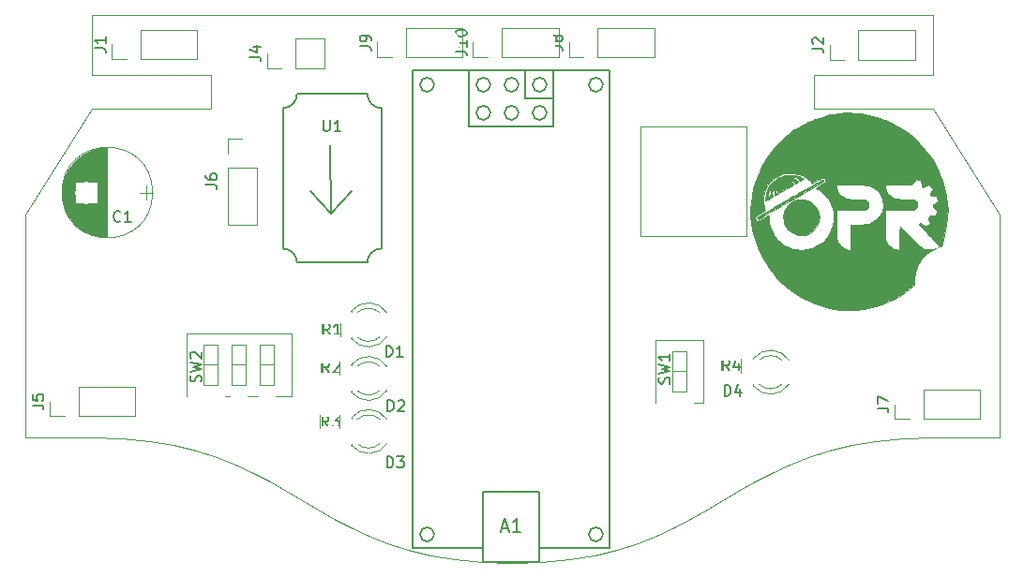
<source format=gto>
G04 #@! TF.FileFunction,Legend,Top*
%FSLAX46Y46*%
G04 Gerber Fmt 4.6, Leading zero omitted, Abs format (unit mm)*
G04 Created by KiCad (PCBNEW 4.0.7) date 11/19/18 15:24:20*
%MOMM*%
%LPD*%
G01*
G04 APERTURE LIST*
%ADD10C,0.100000*%
%ADD11C,0.200000*%
%ADD12C,0.120000*%
%ADD13C,0.150000*%
%ADD14C,0.010000*%
%ADD15R,1.520000X2.840000*%
%ADD16C,6.800000*%
%ADD17C,1.000000*%
%ADD18C,1.974800*%
%ADD19R,2.100000X2.100000*%
%ADD20O,2.100000X2.100000*%
%ADD21R,2.000000X2.000000*%
%ADD22C,2.000000*%
%ADD23R,2.200000X2.200000*%
%ADD24C,2.200000*%
%ADD25R,1.700000X1.100000*%
%ADD26C,1.924000*%
G04 APERTURE END LIST*
D10*
D11*
X25882600Y33715960D02*
X27711400Y31663640D01*
X27746960Y31663640D02*
X29611320Y33715960D01*
X27670760Y37861240D02*
X27746960Y31663640D01*
D10*
X61637263Y4929373D02*
X64496763Y6624314D01*
X82082253Y11450622D02*
X79370003Y11368426D01*
X76914253Y11133175D02*
X74686503Y10761875D01*
X65223532Y29662033D02*
X65223532Y39562033D01*
X55623532Y29662033D02*
X65223532Y29662033D01*
X72658253Y10271533D02*
X70801003Y9679154D01*
X69086253Y9001744D02*
X67485503Y8256310D01*
X23652503Y6629394D02*
X26512003Y4934453D01*
X82042586Y41161710D02*
X88082253Y31572482D01*
X79370003Y11368426D02*
X76914253Y11133175D01*
X88082253Y31572482D02*
X88082253Y11450622D01*
X74686503Y10761875D02*
X72658253Y10271533D01*
X70801003Y9679154D02*
X69086253Y9001744D01*
X65223532Y39562033D02*
X55623532Y39562033D01*
X82082253Y11450622D02*
X88082253Y11450622D01*
X55623532Y39562033D02*
X55623532Y29662033D01*
X8794503Y11368426D02*
X11250253Y11133175D01*
X38914253Y430671D02*
X41370003Y195420D01*
X32801003Y1884692D02*
X34658253Y1292313D01*
X19078253Y9001744D02*
X20679003Y8256310D01*
X17363503Y9679154D02*
X19078253Y9001744D01*
X82253Y11450622D02*
X6082253Y11450622D01*
X31086253Y2562102D02*
X32801003Y1884692D01*
X27970253Y4103988D02*
X29485503Y3307536D01*
X11250253Y11133175D02*
X13478003Y10761875D01*
X20679003Y8256310D02*
X22194253Y7459858D01*
X13478003Y10761875D02*
X15506253Y10271533D01*
X6082253Y11450622D02*
X8794503Y11368426D01*
X16882237Y41161710D02*
X6121394Y41161710D01*
X16882284Y44161773D02*
X16882237Y41161710D01*
X6121374Y49661668D02*
X6121420Y44161731D01*
X6121374Y49661668D02*
X82042581Y49661664D01*
X82042581Y49661664D02*
X82042592Y44161785D01*
X71282237Y41161710D02*
X82042586Y41161710D01*
X71282248Y44161776D02*
X71282237Y41161710D01*
X82253Y11450622D02*
X82253Y31573166D01*
X82253Y31573166D02*
X6121394Y41161710D01*
X67485503Y8256310D02*
X65970253Y7459858D01*
X65970253Y7459858D02*
X64495680Y6624320D01*
X16882284Y44161773D02*
X6121420Y44161731D01*
X61637263Y4929373D02*
X60179013Y4098908D01*
X57078253Y2562102D02*
X55363503Y1884692D01*
X41370003Y195420D02*
X44082253Y113224D01*
X22194253Y7459858D02*
X23652503Y6629394D01*
X60179013Y4098908D02*
X58679080Y3307080D01*
X58679003Y3307536D02*
X57078253Y2562102D01*
X55363503Y1884692D02*
X53506253Y1292313D01*
X29485503Y3307536D02*
X31086253Y2562102D01*
X53506253Y1292313D02*
X51478003Y801971D01*
X71282248Y44161776D02*
X82042592Y44161785D01*
X34658253Y1292313D02*
X36686503Y801971D01*
X51478003Y801971D02*
X49250253Y430671D01*
X26512003Y4934453D02*
X27970253Y4103988D01*
X49250253Y430671D02*
X46794503Y195420D01*
X46794503Y195420D02*
X44082253Y113224D01*
X36686503Y801971D02*
X38914253Y430671D01*
X15506253Y10271533D02*
X17363503Y9679154D01*
D12*
X14705760Y15163600D02*
X14705760Y20853600D01*
X14705760Y20853600D02*
X24125760Y20853600D01*
X24125760Y20853600D02*
X24125760Y15163600D01*
X24125760Y15163600D02*
X18145760Y15163600D01*
X16240760Y16198600D02*
X17510760Y16198600D01*
X17510760Y16198600D02*
X17510760Y19818600D01*
X17510760Y19818600D02*
X16240760Y19818600D01*
X16240760Y19818600D02*
X16240760Y16198600D01*
X16240760Y18008600D02*
X17510760Y18008600D01*
X18780760Y16198600D02*
X20050760Y16198600D01*
X20050760Y16198600D02*
X20050760Y19818600D01*
X20050760Y19818600D02*
X18780760Y19818600D01*
X18780760Y19818600D02*
X18780760Y16198600D01*
X18780760Y18008600D02*
X20050760Y18008600D01*
X21320760Y16198600D02*
X22590760Y16198600D01*
X22590760Y16198600D02*
X22590760Y19818600D01*
X22590760Y19818600D02*
X21320760Y19818600D01*
X21320760Y19818600D02*
X21320760Y16198600D01*
X21320760Y18008600D02*
X22590760Y18008600D01*
D13*
X41468040Y1407160D02*
X35118040Y1407160D01*
X52898040Y1407160D02*
X46548040Y1407160D01*
X46548040Y137160D02*
X41468040Y137160D01*
X41468040Y137160D02*
X41468040Y6487160D01*
X41468040Y6487160D02*
X46548040Y6487160D01*
X46548040Y6487160D02*
X46548040Y137160D01*
X44643040Y43317160D02*
G75*
G03X44643040Y43317160I-635000J0D01*
G01*
X42103040Y43317160D02*
G75*
G03X42103040Y43317160I-635000J0D01*
G01*
X42103040Y40777160D02*
G75*
G03X42103040Y40777160I-635000J0D01*
G01*
X44643040Y40777160D02*
G75*
G03X44643040Y40777160I-635000J0D01*
G01*
X47183040Y40777160D02*
G75*
G03X47183040Y40777160I-635000J0D01*
G01*
X47183040Y43317160D02*
G75*
G03X47183040Y43317160I-635000J0D01*
G01*
X37023040Y2677160D02*
G75*
G03X37023040Y2677160I-635000J0D01*
G01*
X52263040Y2677160D02*
G75*
G03X52263040Y2677160I-635000J0D01*
G01*
X37023040Y43317160D02*
G75*
G03X37023040Y43317160I-635000J0D01*
G01*
X52263040Y43317160D02*
G75*
G03X52263040Y43317160I-635000J0D01*
G01*
X47818040Y42047160D02*
X45278040Y42047160D01*
X45278040Y42047160D02*
X45278040Y44587160D01*
X47818040Y39507160D02*
X47818040Y44587160D01*
X40198040Y44587160D02*
X40198040Y39507160D01*
X40198040Y39507160D02*
X47818040Y39507160D01*
X52898040Y44587160D02*
X35118040Y44587160D01*
X35118040Y44587160D02*
X35118040Y1407160D01*
X52898040Y1407160D02*
X52898040Y44587160D01*
D12*
X56920440Y45802240D02*
X56920440Y48462240D01*
X51780440Y45802240D02*
X56920440Y45802240D01*
X51780440Y48462240D02*
X56920440Y48462240D01*
X51780440Y45802240D02*
X51780440Y48462240D01*
X50510440Y45802240D02*
X49180440Y45802240D01*
X49180440Y45802240D02*
X49180440Y47132240D01*
X11608480Y33568640D02*
G75*
G03X11608480Y33568640I-4090000J0D01*
G01*
X7518480Y29518640D02*
X7518480Y37618640D01*
X7478480Y29518640D02*
X7478480Y37618640D01*
X7438480Y29518640D02*
X7438480Y37618640D01*
X7398480Y29519640D02*
X7398480Y37617640D01*
X7358480Y29521640D02*
X7358480Y37615640D01*
X7318480Y29522640D02*
X7318480Y37614640D01*
X7278480Y29525640D02*
X7278480Y37611640D01*
X7238480Y29527640D02*
X7238480Y37609640D01*
X7198480Y29530640D02*
X7198480Y37606640D01*
X7158480Y29533640D02*
X7158480Y37603640D01*
X7118480Y29537640D02*
X7118480Y37599640D01*
X7078480Y29541640D02*
X7078480Y37595640D01*
X7038480Y29546640D02*
X7038480Y37590640D01*
X6998480Y29551640D02*
X6998480Y37585640D01*
X6958480Y29556640D02*
X6958480Y37580640D01*
X6918480Y29562640D02*
X6918480Y37574640D01*
X6878480Y29568640D02*
X6878480Y37568640D01*
X6838480Y29574640D02*
X6838480Y37562640D01*
X6797480Y29581640D02*
X6797480Y37555640D01*
X6757480Y29589640D02*
X6757480Y37547640D01*
X6717480Y29597640D02*
X6717480Y37539640D01*
X6677480Y29605640D02*
X6677480Y37531640D01*
X6637480Y29613640D02*
X6637480Y37523640D01*
X6597480Y29622640D02*
X6597480Y32588640D01*
X6597480Y34548640D02*
X6597480Y37514640D01*
X6557480Y29632640D02*
X6557480Y32588640D01*
X6557480Y34548640D02*
X6557480Y37504640D01*
X6517480Y29642640D02*
X6517480Y32588640D01*
X6517480Y34548640D02*
X6517480Y37494640D01*
X6477480Y29652640D02*
X6477480Y32588640D01*
X6477480Y34548640D02*
X6477480Y37484640D01*
X6437480Y29663640D02*
X6437480Y32588640D01*
X6437480Y34548640D02*
X6437480Y37473640D01*
X6397480Y29674640D02*
X6397480Y32588640D01*
X6397480Y34548640D02*
X6397480Y37462640D01*
X6357480Y29685640D02*
X6357480Y32588640D01*
X6357480Y34548640D02*
X6357480Y37451640D01*
X6317480Y29698640D02*
X6317480Y32588640D01*
X6317480Y34548640D02*
X6317480Y37438640D01*
X6277480Y29710640D02*
X6277480Y32588640D01*
X6277480Y34548640D02*
X6277480Y37426640D01*
X6237480Y29723640D02*
X6237480Y32588640D01*
X6237480Y34548640D02*
X6237480Y37413640D01*
X6197480Y29736640D02*
X6197480Y32588640D01*
X6197480Y34548640D02*
X6197480Y37400640D01*
X6157480Y29750640D02*
X6157480Y32588640D01*
X6157480Y34548640D02*
X6157480Y37386640D01*
X6117480Y29765640D02*
X6117480Y32588640D01*
X6117480Y34548640D02*
X6117480Y37371640D01*
X6077480Y29779640D02*
X6077480Y32588640D01*
X6077480Y34548640D02*
X6077480Y37357640D01*
X6037480Y29795640D02*
X6037480Y32588640D01*
X6037480Y34548640D02*
X6037480Y37341640D01*
X5997480Y29810640D02*
X5997480Y32588640D01*
X5997480Y34548640D02*
X5997480Y37326640D01*
X5957480Y29827640D02*
X5957480Y32588640D01*
X5957480Y34548640D02*
X5957480Y37309640D01*
X5917480Y29843640D02*
X5917480Y32588640D01*
X5917480Y34548640D02*
X5917480Y37293640D01*
X5877480Y29861640D02*
X5877480Y32588640D01*
X5877480Y34548640D02*
X5877480Y37275640D01*
X5837480Y29878640D02*
X5837480Y32588640D01*
X5837480Y34548640D02*
X5837480Y37258640D01*
X5797480Y29897640D02*
X5797480Y32588640D01*
X5797480Y34548640D02*
X5797480Y37239640D01*
X5757480Y29916640D02*
X5757480Y32588640D01*
X5757480Y34548640D02*
X5757480Y37220640D01*
X5717480Y29935640D02*
X5717480Y32588640D01*
X5717480Y34548640D02*
X5717480Y37201640D01*
X5677480Y29955640D02*
X5677480Y32588640D01*
X5677480Y34548640D02*
X5677480Y37181640D01*
X5637480Y29975640D02*
X5637480Y32588640D01*
X5637480Y34548640D02*
X5637480Y37161640D01*
X5597480Y29996640D02*
X5597480Y32588640D01*
X5597480Y34548640D02*
X5597480Y37140640D01*
X5557480Y30018640D02*
X5557480Y32588640D01*
X5557480Y34548640D02*
X5557480Y37118640D01*
X5517480Y30040640D02*
X5517480Y32588640D01*
X5517480Y34548640D02*
X5517480Y37096640D01*
X5477480Y30063640D02*
X5477480Y32588640D01*
X5477480Y34548640D02*
X5477480Y37073640D01*
X5437480Y30086640D02*
X5437480Y32588640D01*
X5437480Y34548640D02*
X5437480Y37050640D01*
X5397480Y30110640D02*
X5397480Y32588640D01*
X5397480Y34548640D02*
X5397480Y37026640D01*
X5357480Y30134640D02*
X5357480Y32588640D01*
X5357480Y34548640D02*
X5357480Y37002640D01*
X5317480Y30160640D02*
X5317480Y32588640D01*
X5317480Y34548640D02*
X5317480Y36976640D01*
X5277480Y30185640D02*
X5277480Y32588640D01*
X5277480Y34548640D02*
X5277480Y36951640D01*
X5237480Y30212640D02*
X5237480Y32588640D01*
X5237480Y34548640D02*
X5237480Y36924640D01*
X5197480Y30239640D02*
X5197480Y32588640D01*
X5197480Y34548640D02*
X5197480Y36897640D01*
X5157480Y30267640D02*
X5157480Y32588640D01*
X5157480Y34548640D02*
X5157480Y36869640D01*
X5117480Y30296640D02*
X5117480Y32588640D01*
X5117480Y34548640D02*
X5117480Y36840640D01*
X5077480Y30325640D02*
X5077480Y32588640D01*
X5077480Y34548640D02*
X5077480Y36811640D01*
X5037480Y30355640D02*
X5037480Y32588640D01*
X5037480Y34548640D02*
X5037480Y36781640D01*
X4997480Y30386640D02*
X4997480Y32588640D01*
X4997480Y34548640D02*
X4997480Y36750640D01*
X4957480Y30418640D02*
X4957480Y32588640D01*
X4957480Y34548640D02*
X4957480Y36718640D01*
X4917480Y30450640D02*
X4917480Y32588640D01*
X4917480Y34548640D02*
X4917480Y36686640D01*
X4877480Y30484640D02*
X4877480Y32588640D01*
X4877480Y34548640D02*
X4877480Y36652640D01*
X4837480Y30518640D02*
X4837480Y32588640D01*
X4837480Y34548640D02*
X4837480Y36618640D01*
X4797480Y30553640D02*
X4797480Y32588640D01*
X4797480Y34548640D02*
X4797480Y36583640D01*
X4757480Y30589640D02*
X4757480Y32588640D01*
X4757480Y34548640D02*
X4757480Y36547640D01*
X4717480Y30626640D02*
X4717480Y32588640D01*
X4717480Y34548640D02*
X4717480Y36510640D01*
X4677480Y30664640D02*
X4677480Y32588640D01*
X4677480Y34548640D02*
X4677480Y36472640D01*
X4637480Y30703640D02*
X4637480Y36433640D01*
X4597480Y30744640D02*
X4597480Y36392640D01*
X4557480Y30785640D02*
X4557480Y36351640D01*
X4517480Y30828640D02*
X4517480Y36308640D01*
X4477480Y30871640D02*
X4477480Y36265640D01*
X4437480Y30916640D02*
X4437480Y36220640D01*
X4397480Y30963640D02*
X4397480Y36173640D01*
X4357480Y31011640D02*
X4357480Y36125640D01*
X4317480Y31060640D02*
X4317480Y36076640D01*
X4277480Y31111640D02*
X4277480Y36025640D01*
X4237480Y31164640D02*
X4237480Y35972640D01*
X4197480Y31219640D02*
X4197480Y35917640D01*
X4157480Y31275640D02*
X4157480Y35861640D01*
X4117480Y31334640D02*
X4117480Y35802640D01*
X4077480Y31395640D02*
X4077480Y35741640D01*
X4037480Y31459640D02*
X4037480Y35677640D01*
X3997480Y31525640D02*
X3997480Y35611640D01*
X3957480Y31594640D02*
X3957480Y35542640D01*
X3917480Y31666640D02*
X3917480Y35470640D01*
X3877480Y31742640D02*
X3877480Y35394640D01*
X3837480Y31823640D02*
X3837480Y35313640D01*
X3797480Y31908640D02*
X3797480Y35228640D01*
X3757480Y31998640D02*
X3757480Y35138640D01*
X3717480Y32095640D02*
X3717480Y35041640D01*
X3677480Y32199640D02*
X3677480Y34937640D01*
X3637480Y32314640D02*
X3637480Y34822640D01*
X3597480Y32441640D02*
X3597480Y34695640D01*
X3557480Y32585640D02*
X3557480Y34551640D01*
X3517480Y32754640D02*
X3517480Y34382640D01*
X3477480Y32970640D02*
X3477480Y34166640D01*
X3437480Y33322640D02*
X3437480Y33814640D01*
X11618480Y33568640D02*
X10418480Y33568640D01*
X11018480Y32918640D02*
X11018480Y34218640D01*
X32772095Y22694008D02*
G75*
G03X29539760Y22850916I-1672335J-1078608D01*
G01*
X32772095Y20536792D02*
G75*
G02X29539760Y20379884I-1672335J1078608D01*
G01*
X32140890Y22695237D02*
G75*
G03X30058799Y22695400I-1041130J-1079837D01*
G01*
X32140890Y20535563D02*
G75*
G02X30058799Y20535400I-1041130J1079837D01*
G01*
X29539760Y22851400D02*
X29539760Y22695400D01*
X29539760Y20535400D02*
X29539760Y20379400D01*
X32772095Y17847688D02*
G75*
G03X29539760Y18004596I-1672335J-1078608D01*
G01*
X32772095Y15690472D02*
G75*
G02X29539760Y15533564I-1672335J1078608D01*
G01*
X32140890Y17848917D02*
G75*
G03X30058799Y17849080I-1041130J-1079837D01*
G01*
X32140890Y15689243D02*
G75*
G02X30058799Y15689080I-1041130J1079837D01*
G01*
X29539760Y18005080D02*
X29539760Y17849080D01*
X29539760Y15689080D02*
X29539760Y15533080D01*
X32777175Y13052168D02*
G75*
G03X29544840Y13209076I-1672335J-1078608D01*
G01*
X32777175Y10894952D02*
G75*
G02X29544840Y10738044I-1672335J1078608D01*
G01*
X32145970Y13053397D02*
G75*
G03X30063879Y13053560I-1041130J-1079837D01*
G01*
X32145970Y10893723D02*
G75*
G02X30063879Y10893560I-1041130J1079837D01*
G01*
X29544840Y13209560D02*
X29544840Y13053560D01*
X29544840Y10893560D02*
X29544840Y10737560D01*
X69073775Y18411568D02*
G75*
G03X65841440Y18568476I-1672335J-1078608D01*
G01*
X69073775Y16254352D02*
G75*
G02X65841440Y16097444I-1672335J1078608D01*
G01*
X68442570Y18412797D02*
G75*
G03X66360479Y18412960I-1041130J-1079837D01*
G01*
X68442570Y16253123D02*
G75*
G02X66360479Y16252960I-1041130J1079837D01*
G01*
X65841440Y18568960D02*
X65841440Y18412960D01*
X65841440Y16252960D02*
X65841440Y16096960D01*
X15645440Y45644760D02*
X15645440Y48304760D01*
X10505440Y45644760D02*
X15645440Y45644760D01*
X10505440Y48304760D02*
X15645440Y48304760D01*
X10505440Y45644760D02*
X10505440Y48304760D01*
X9235440Y45644760D02*
X7905440Y45644760D01*
X7905440Y45644760D02*
X7905440Y46974760D01*
X28591400Y21803920D02*
X28591400Y20603920D01*
X26831400Y20603920D02*
X26831400Y21803920D01*
X26760280Y17119000D02*
X26760280Y18319000D01*
X28520280Y18319000D02*
X28520280Y17119000D01*
X26719640Y12272760D02*
X26719640Y13472760D01*
X28479640Y13472760D02*
X28479640Y12272760D01*
X62945120Y17312080D02*
X62945120Y18512080D01*
X64705120Y18512080D02*
X64705120Y17312080D01*
X57027240Y14589560D02*
X57027240Y20279560D01*
X57027240Y20279560D02*
X61367240Y20279560D01*
X61367240Y20279560D02*
X61367240Y14589560D01*
X61367240Y14589560D02*
X60467240Y14589560D01*
X58562240Y15624560D02*
X59832240Y15624560D01*
X59832240Y15624560D02*
X59832240Y19244560D01*
X59832240Y19244560D02*
X58562240Y19244560D01*
X58562240Y19244560D02*
X58562240Y15624560D01*
X58562240Y17434560D02*
X59832240Y17434560D01*
X80466240Y45588880D02*
X80466240Y48248880D01*
X75326240Y45588880D02*
X80466240Y45588880D01*
X75326240Y48248880D02*
X80466240Y48248880D01*
X75326240Y45588880D02*
X75326240Y48248880D01*
X74056240Y45588880D02*
X72726240Y45588880D01*
X72726240Y45588880D02*
X72726240Y46918880D01*
X27126240Y44831960D02*
X27126240Y47491960D01*
X24526240Y44831960D02*
X27126240Y44831960D01*
X24526240Y47491960D02*
X27126240Y47491960D01*
X24526240Y44831960D02*
X24526240Y47491960D01*
X23256240Y44831960D02*
X21926240Y44831960D01*
X21926240Y44831960D02*
X21926240Y46161960D01*
X10052360Y13351200D02*
X10052360Y16011200D01*
X4912360Y13351200D02*
X10052360Y13351200D01*
X4912360Y16011200D02*
X10052360Y16011200D01*
X4912360Y13351200D02*
X4912360Y16011200D01*
X3642360Y13351200D02*
X2312360Y13351200D01*
X2312360Y13351200D02*
X2312360Y14681200D01*
X18375320Y30663840D02*
X21035320Y30663840D01*
X18375320Y35803840D02*
X18375320Y30663840D01*
X21035320Y35803840D02*
X21035320Y30663840D01*
X18375320Y35803840D02*
X21035320Y35803840D01*
X18375320Y37073840D02*
X18375320Y38403840D01*
X18375320Y38403840D02*
X19705320Y38403840D01*
X86323480Y13092120D02*
X86323480Y15752120D01*
X81183480Y13092120D02*
X86323480Y13092120D01*
X81183480Y15752120D02*
X86323480Y15752120D01*
X81183480Y13092120D02*
X81183480Y15752120D01*
X79913480Y13092120D02*
X78583480Y13092120D01*
X78583480Y13092120D02*
X78583480Y14422120D01*
X39602720Y45797160D02*
X39602720Y48457160D01*
X34462720Y45797160D02*
X39602720Y45797160D01*
X34462720Y48457160D02*
X39602720Y48457160D01*
X34462720Y45797160D02*
X34462720Y48457160D01*
X33192720Y45797160D02*
X31862720Y45797160D01*
X31862720Y45797160D02*
X31862720Y47127160D01*
X48253960Y45812400D02*
X48253960Y48472400D01*
X43113960Y45812400D02*
X48253960Y45812400D01*
X43113960Y48472400D02*
X48253960Y48472400D01*
X43113960Y45812400D02*
X43113960Y48472400D01*
X41843960Y45812400D02*
X40513960Y45812400D01*
X40513960Y45812400D02*
X40513960Y47142400D01*
D13*
X23373080Y41203880D02*
G75*
G03X24643080Y42473880I0J1270000D01*
G01*
X30993080Y42473880D02*
G75*
G03X32263080Y41203880I1270000J0D01*
G01*
X32263080Y28503880D02*
G75*
G03X30993080Y27233880I0J-1270000D01*
G01*
X24643080Y27233880D02*
G75*
G03X23373080Y28503880I-1270000J0D01*
G01*
X23373080Y41203880D02*
X23373080Y28503880D01*
X30993080Y27233880D02*
X24643080Y27233880D01*
X32263080Y41203880D02*
X32263080Y28503880D01*
X30993080Y42473880D02*
X24643080Y42473880D01*
D14*
G36*
X74957859Y40770471D02*
X75332929Y40743435D01*
X75558469Y40715794D01*
X75867883Y40661968D01*
X76214342Y40588808D01*
X76574811Y40502091D01*
X76926259Y40407598D01*
X77245649Y40311105D01*
X77447691Y40241857D01*
X77689080Y40145860D01*
X77971182Y40021637D01*
X78274296Y39878873D01*
X78578723Y39727252D01*
X78864760Y39576459D01*
X79112709Y39436177D01*
X79220133Y39370547D01*
X79848930Y38931116D01*
X80444043Y38432028D01*
X80997357Y37881542D01*
X81500752Y37287921D01*
X81946114Y36659424D01*
X82055077Y36485285D01*
X82387168Y35886952D01*
X82677129Y35256668D01*
X82922309Y34604652D01*
X83120058Y33941122D01*
X83267723Y33276296D01*
X83362655Y32620392D01*
X83402202Y31983628D01*
X83383712Y31376222D01*
X83382961Y31367163D01*
X83279921Y30548138D01*
X83111135Y29752288D01*
X82878614Y28983003D01*
X82584367Y28243672D01*
X82230403Y27537684D01*
X81818733Y26868426D01*
X81351364Y26239288D01*
X80830308Y25653659D01*
X80257573Y25114928D01*
X79635169Y24626482D01*
X79220133Y24347166D01*
X78999801Y24216187D01*
X78731128Y24069656D01*
X78433813Y23917257D01*
X78127558Y23768674D01*
X77832062Y23633594D01*
X77567025Y23521699D01*
X77447691Y23475857D01*
X77167918Y23381966D01*
X76839776Y23285928D01*
X76487017Y23193694D01*
X76133388Y23111217D01*
X75802639Y23044448D01*
X75578830Y23007532D01*
X75281907Y22973038D01*
X74951876Y22948325D01*
X74611073Y22934086D01*
X74281835Y22931013D01*
X73986498Y22939799D01*
X73816755Y22952867D01*
X72999604Y23073862D01*
X72199193Y23264775D01*
X71419309Y23524118D01*
X70663740Y23850402D01*
X69936275Y24242138D01*
X69240702Y24697838D01*
X69084662Y24812264D01*
X68849592Y25001540D01*
X68587382Y25235148D01*
X68312809Y25498177D01*
X68040650Y25775718D01*
X67785682Y26052861D01*
X67562682Y26314697D01*
X67441271Y26470428D01*
X66970012Y27160714D01*
X66567621Y27873055D01*
X66233396Y28609307D01*
X65966638Y29371326D01*
X65766647Y30160966D01*
X65632723Y30980082D01*
X65595510Y31343809D01*
X66010315Y31343809D01*
X66013091Y31219841D01*
X66072560Y31107268D01*
X66174341Y31032171D01*
X66184167Y31028463D01*
X66229830Y31019766D01*
X66286284Y31027804D01*
X66364906Y31057277D01*
X66477073Y31112889D01*
X66634164Y31199344D01*
X66731646Y31254769D01*
X66894657Y31347147D01*
X67034933Y31425010D01*
X67140650Y31481922D01*
X67199985Y31511444D01*
X67208000Y31514142D01*
X67219192Y31480868D01*
X67227541Y31393071D01*
X67231433Y31268790D01*
X67231528Y31251071D01*
X67262391Y30885841D01*
X67348803Y30505620D01*
X67484015Y30132639D01*
X67661275Y29789129D01*
X67688752Y29745142D01*
X67845137Y29532709D01*
X68043950Y29309891D01*
X68262953Y29099249D01*
X68479912Y28923340D01*
X68539867Y28881650D01*
X68796118Y28733794D01*
X69091225Y28599668D01*
X69391473Y28493514D01*
X69567686Y28447497D01*
X69774208Y28416785D01*
X70023719Y28401116D01*
X70288210Y28400526D01*
X70539666Y28415050D01*
X70750077Y28444725D01*
X70756110Y28445987D01*
X71031529Y28521329D01*
X71322080Y28629630D01*
X71595236Y28757720D01*
X71757612Y28851425D01*
X72049491Y29070708D01*
X72325778Y29339724D01*
X72571234Y29640571D01*
X72770620Y29955348D01*
X72866002Y30153428D01*
X72952921Y30371182D01*
X73014395Y30555826D01*
X73054650Y30729562D01*
X73077912Y30914588D01*
X73088405Y31133107D01*
X73090438Y31332714D01*
X73084366Y31628107D01*
X73061763Y31875142D01*
X73017033Y32097008D01*
X72944582Y32316894D01*
X72838812Y32557990D01*
X72753318Y32729714D01*
X72658300Y32901635D01*
X72557568Y33051403D01*
X72434595Y33200953D01*
X72272855Y33372226D01*
X72257808Y33387460D01*
X72104142Y33534578D01*
X71947972Y33670209D01*
X71807562Y33779120D01*
X71719681Y33836312D01*
X71615150Y33901439D01*
X71544408Y33958359D01*
X71522881Y33994237D01*
X71557934Y34027183D01*
X71643424Y34087074D01*
X71766481Y34165377D01*
X71913190Y34252957D01*
X71944249Y34271857D01*
X73316789Y34271857D01*
X73339090Y34083555D01*
X73405146Y33820775D01*
X73534016Y33571372D01*
X73715944Y33348479D01*
X73941172Y33165230D01*
X74080210Y33085981D01*
X74149211Y33053020D01*
X74211852Y33027793D01*
X74279209Y33009004D01*
X74362357Y32995362D01*
X74472370Y32985572D01*
X74620324Y32978342D01*
X74817293Y32972379D01*
X75074353Y32966390D01*
X75111433Y32965571D01*
X75378957Y32959241D01*
X75583857Y32952905D01*
X75736074Y32945565D01*
X75845550Y32936221D01*
X75922226Y32923872D01*
X75976042Y32907519D01*
X76016939Y32886163D01*
X76036719Y32872515D01*
X76166290Y32738978D01*
X76237054Y32580108D01*
X76246490Y32411191D01*
X76192077Y32247510D01*
X76150137Y32184712D01*
X76107855Y32134330D01*
X76063094Y32093254D01*
X76008368Y32060537D01*
X75936188Y32035230D01*
X75839067Y32016384D01*
X75709516Y32003052D01*
X75540049Y31994285D01*
X75323177Y31989135D01*
X75051413Y31986653D01*
X74717269Y31985892D01*
X74579920Y31985857D01*
X73326897Y31985857D01*
X73326897Y30739767D01*
X73327328Y30375980D01*
X73329356Y30076437D01*
X73334084Y29832811D01*
X73342616Y29636776D01*
X73356055Y29480005D01*
X73375503Y29354172D01*
X73402065Y29250951D01*
X73436843Y29162015D01*
X73480941Y29079039D01*
X73535462Y28993695D01*
X73563745Y28952220D01*
X73728756Y28761669D01*
X73933774Y28600436D01*
X74160347Y28479315D01*
X74390023Y28409098D01*
X74514738Y28395998D01*
X74632149Y28393571D01*
X74641738Y29527500D01*
X74651326Y30661428D01*
X75413326Y30682415D01*
X75648796Y30690600D01*
X75866171Y30701335D01*
X76052588Y30713731D01*
X76195180Y30726904D01*
X76281084Y30739967D01*
X76291609Y30742910D01*
X76571525Y30868528D01*
X76841558Y31045985D01*
X77082914Y31260152D01*
X77276798Y31495901D01*
X77327822Y31577001D01*
X77463980Y31875719D01*
X77487388Y31967714D01*
X77735612Y31967714D01*
X77735612Y30715857D01*
X77736027Y30352528D01*
X77738111Y30053391D01*
X77743123Y29810068D01*
X77752321Y29614181D01*
X77766964Y29457352D01*
X77788309Y29331203D01*
X77817616Y29227355D01*
X77856142Y29137430D01*
X77905146Y29053050D01*
X77965887Y28965838D01*
X78006699Y28911042D01*
X78162688Y28742738D01*
X78352365Y28598175D01*
X78557762Y28487179D01*
X78760915Y28419580D01*
X78933040Y28404335D01*
X79041897Y28411714D01*
X79051534Y29436785D01*
X79054892Y29701079D01*
X79059605Y29940105D01*
X79065358Y30144725D01*
X79071835Y30305799D01*
X79078722Y30414186D01*
X79085702Y30460746D01*
X79086913Y30461857D01*
X79117644Y30437116D01*
X79193692Y30366718D01*
X79309142Y30256404D01*
X79458076Y30111914D01*
X79634576Y29938986D01*
X79832725Y29743360D01*
X80038848Y29538511D01*
X80311381Y29267679D01*
X80539719Y29044073D01*
X80730553Y28863176D01*
X80890575Y28720473D01*
X81026479Y28611450D01*
X81144957Y28531590D01*
X81252699Y28476379D01*
X81356399Y28441301D01*
X81462749Y28421841D01*
X81578441Y28413484D01*
X81708897Y28411714D01*
X81880996Y28418081D01*
X82033224Y28435224D01*
X82140052Y28460202D01*
X82144326Y28461833D01*
X82251699Y28512110D01*
X82369816Y28579288D01*
X82481137Y28651726D01*
X82568120Y28717783D01*
X82613226Y28765819D01*
X82615970Y28774838D01*
X82591168Y28808041D01*
X82520570Y28886334D01*
X82409934Y29003730D01*
X82265022Y29154247D01*
X82091593Y29331898D01*
X81895407Y29530699D01*
X81690755Y29736143D01*
X81478054Y29949850D01*
X81282584Y30148420D01*
X81110111Y30325828D01*
X80966401Y30476049D01*
X80857220Y30593057D01*
X80788336Y30670828D01*
X80765469Y30702969D01*
X80796106Y30742924D01*
X80870164Y30781519D01*
X80873553Y30782722D01*
X80938436Y30798845D01*
X80997689Y30790164D01*
X81072383Y30749241D01*
X81171934Y30677414D01*
X81278277Y30603551D01*
X81367948Y30551939D01*
X81417635Y30534526D01*
X81473713Y30557012D01*
X81561068Y30615025D01*
X81634512Y30673865D01*
X81795983Y30813105D01*
X81716155Y31021710D01*
X81662480Y31175079D01*
X81641717Y31280266D01*
X81654157Y31353916D01*
X81700093Y31412676D01*
X81723349Y31432184D01*
X81787396Y31471096D01*
X81864000Y31486078D01*
X81978646Y31480871D01*
X82022706Y31476112D01*
X82144735Y31468186D01*
X82239510Y31473206D01*
X82277752Y31485113D01*
X82314705Y31539635D01*
X82358538Y31637786D01*
X82399360Y31752589D01*
X82427275Y31857067D01*
X82433829Y31910678D01*
X82405678Y31959427D01*
X82332692Y32032033D01*
X82232526Y32111385D01*
X82124434Y32192974D01*
X82065337Y32252955D01*
X82042671Y32308152D01*
X82042808Y32365385D01*
X82057754Y32429623D01*
X82097842Y32482674D01*
X82177868Y32538876D01*
X82280398Y32595644D01*
X82392760Y32662272D01*
X82473880Y32724121D01*
X82507079Y32768363D01*
X82507183Y32770076D01*
X82496998Y32854732D01*
X82471536Y32970153D01*
X82438442Y33087940D01*
X82405360Y33179694D01*
X82388646Y33210500D01*
X82331695Y33237632D01*
X82224618Y33253493D01*
X82155640Y33255857D01*
X81976262Y33267225D01*
X81862932Y33305111D01*
X81812352Y33375182D01*
X81821224Y33483108D01*
X81886250Y33634558D01*
X81909944Y33678189D01*
X82039610Y33910054D01*
X81856982Y34100027D01*
X81674355Y34290000D01*
X81458337Y34172071D01*
X81323143Y34101314D01*
X81232662Y34065567D01*
X81169597Y34062143D01*
X81116647Y34088353D01*
X81085826Y34114195D01*
X81045753Y34171094D01*
X81025129Y34261818D01*
X81019469Y34400038D01*
X81011990Y34540900D01*
X80991360Y34634538D01*
X80974112Y34661320D01*
X80911724Y34690710D01*
X80806207Y34724712D01*
X80685960Y34755684D01*
X80579381Y34775982D01*
X80533688Y34779857D01*
X80490822Y34749866D01*
X80429623Y34671014D01*
X80362921Y34559979D01*
X80359256Y34553097D01*
X80286048Y34425500D01*
X80225191Y34350330D01*
X80162743Y34312372D01*
X80130469Y34303390D01*
X80067799Y34297544D01*
X79942427Y34291969D01*
X79764225Y34286881D01*
X79543062Y34282499D01*
X79288808Y34279039D01*
X79011335Y34276719D01*
X78893731Y34276150D01*
X78614888Y34274512D01*
X78359931Y34271907D01*
X78137768Y34268514D01*
X77957306Y34264511D01*
X77827452Y34260077D01*
X77757112Y34255391D01*
X77747164Y34253171D01*
X77738019Y34201797D01*
X77748976Y34102874D01*
X77775564Y33977137D01*
X77813308Y33845319D01*
X77857734Y33728157D01*
X77862833Y33717062D01*
X78022032Y33461978D01*
X78236596Y33250234D01*
X78471393Y33102976D01*
X78713498Y32983714D01*
X79530840Y32965571D01*
X79819771Y32958241D01*
X80045428Y32949131D01*
X80217110Y32936010D01*
X80344113Y32916647D01*
X80435734Y32888811D01*
X80501271Y32850269D01*
X80550020Y32798790D01*
X80591279Y32732143D01*
X80604038Y32707985D01*
X80654261Y32539034D01*
X80643403Y32364347D01*
X80576372Y32204140D01*
X80458077Y32078625D01*
X80449824Y32072888D01*
X80418543Y32054665D01*
X80378785Y32039740D01*
X80323032Y32027646D01*
X80243767Y32017921D01*
X80133472Y32010099D01*
X79984630Y32003715D01*
X79789722Y31998306D01*
X79541232Y31993405D01*
X79231643Y31988548D01*
X79041897Y31985857D01*
X77735612Y31967714D01*
X77487388Y31967714D01*
X77546338Y32199387D01*
X77572144Y32529001D01*
X77538641Y32845554D01*
X77521884Y32915918D01*
X77404234Y33227055D01*
X77227303Y33518644D01*
X77002705Y33775939D01*
X76742055Y33984194D01*
X76626981Y34052236D01*
X76524403Y34105608D01*
X76430359Y34149518D01*
X76336609Y34184891D01*
X76234915Y34212650D01*
X76117040Y34233721D01*
X75974746Y34249027D01*
X75799793Y34259493D01*
X75583944Y34266043D01*
X75318961Y34269602D01*
X74996605Y34271094D01*
X74673486Y34271426D01*
X73316789Y34271857D01*
X71944249Y34271857D01*
X72114435Y34375418D01*
X72254705Y34476548D01*
X72339846Y34563329D01*
X72375701Y34642748D01*
X72368115Y34721789D01*
X72346061Y34770306D01*
X72274762Y34853737D01*
X72194694Y34903309D01*
X72148953Y34912493D01*
X72093502Y34905470D01*
X72016883Y34877546D01*
X71907640Y34824026D01*
X71754315Y34740215D01*
X71643325Y34677388D01*
X71187772Y34417771D01*
X70941977Y34662685D01*
X70628292Y34925290D01*
X70277171Y35126237D01*
X69891142Y35264448D01*
X69472732Y35338843D01*
X69335469Y35348847D01*
X68923084Y35340757D01*
X68541454Y35271945D01*
X68180420Y35139125D01*
X67829826Y34939009D01*
X67638831Y34799903D01*
X67339964Y34525251D01*
X67100795Y34213813D01*
X66917704Y33859929D01*
X66791111Y33474131D01*
X66741553Y33191167D01*
X66725831Y32887506D01*
X66743151Y32587485D01*
X66792718Y32315440D01*
X66833131Y32187365D01*
X66866790Y32101634D01*
X66887333Y32037902D01*
X66887478Y31987105D01*
X66859946Y31940182D01*
X66797456Y31888070D01*
X66692728Y31821708D01*
X66538482Y31732032D01*
X66405966Y31655644D01*
X66235125Y31553339D01*
X66119632Y31474962D01*
X66049573Y31412699D01*
X66015032Y31358736D01*
X66010315Y31343809D01*
X65595510Y31343809D01*
X65593120Y31367163D01*
X65573717Y31974038D01*
X65612391Y32610427D01*
X65706491Y33266114D01*
X65853366Y33930881D01*
X66050364Y34594508D01*
X66294835Y35246778D01*
X66584127Y35877474D01*
X66915590Y36476376D01*
X66921004Y36485285D01*
X67349350Y37121762D01*
X67837917Y37725587D01*
X68378586Y38288501D01*
X68963242Y38802243D01*
X69583767Y39258552D01*
X69755948Y39370547D01*
X69976279Y39501527D01*
X70244953Y39648058D01*
X70542267Y39800457D01*
X70848523Y39949039D01*
X71144019Y40084120D01*
X71409055Y40196015D01*
X71528390Y40241857D01*
X71809261Y40336112D01*
X72139221Y40432640D01*
X72495237Y40525665D01*
X72854276Y40609406D01*
X73193303Y40678086D01*
X73417612Y40715794D01*
X73758856Y40753886D01*
X74145916Y40775696D01*
X74553886Y40781224D01*
X74957859Y40770471D01*
X74957859Y40770471D01*
G37*
X74957859Y40770471D02*
X75332929Y40743435D01*
X75558469Y40715794D01*
X75867883Y40661968D01*
X76214342Y40588808D01*
X76574811Y40502091D01*
X76926259Y40407598D01*
X77245649Y40311105D01*
X77447691Y40241857D01*
X77689080Y40145860D01*
X77971182Y40021637D01*
X78274296Y39878873D01*
X78578723Y39727252D01*
X78864760Y39576459D01*
X79112709Y39436177D01*
X79220133Y39370547D01*
X79848930Y38931116D01*
X80444043Y38432028D01*
X80997357Y37881542D01*
X81500752Y37287921D01*
X81946114Y36659424D01*
X82055077Y36485285D01*
X82387168Y35886952D01*
X82677129Y35256668D01*
X82922309Y34604652D01*
X83120058Y33941122D01*
X83267723Y33276296D01*
X83362655Y32620392D01*
X83402202Y31983628D01*
X83383712Y31376222D01*
X83382961Y31367163D01*
X83279921Y30548138D01*
X83111135Y29752288D01*
X82878614Y28983003D01*
X82584367Y28243672D01*
X82230403Y27537684D01*
X81818733Y26868426D01*
X81351364Y26239288D01*
X80830308Y25653659D01*
X80257573Y25114928D01*
X79635169Y24626482D01*
X79220133Y24347166D01*
X78999801Y24216187D01*
X78731128Y24069656D01*
X78433813Y23917257D01*
X78127558Y23768674D01*
X77832062Y23633594D01*
X77567025Y23521699D01*
X77447691Y23475857D01*
X77167918Y23381966D01*
X76839776Y23285928D01*
X76487017Y23193694D01*
X76133388Y23111217D01*
X75802639Y23044448D01*
X75578830Y23007532D01*
X75281907Y22973038D01*
X74951876Y22948325D01*
X74611073Y22934086D01*
X74281835Y22931013D01*
X73986498Y22939799D01*
X73816755Y22952867D01*
X72999604Y23073862D01*
X72199193Y23264775D01*
X71419309Y23524118D01*
X70663740Y23850402D01*
X69936275Y24242138D01*
X69240702Y24697838D01*
X69084662Y24812264D01*
X68849592Y25001540D01*
X68587382Y25235148D01*
X68312809Y25498177D01*
X68040650Y25775718D01*
X67785682Y26052861D01*
X67562682Y26314697D01*
X67441271Y26470428D01*
X66970012Y27160714D01*
X66567621Y27873055D01*
X66233396Y28609307D01*
X65966638Y29371326D01*
X65766647Y30160966D01*
X65632723Y30980082D01*
X65595510Y31343809D01*
X66010315Y31343809D01*
X66013091Y31219841D01*
X66072560Y31107268D01*
X66174341Y31032171D01*
X66184167Y31028463D01*
X66229830Y31019766D01*
X66286284Y31027804D01*
X66364906Y31057277D01*
X66477073Y31112889D01*
X66634164Y31199344D01*
X66731646Y31254769D01*
X66894657Y31347147D01*
X67034933Y31425010D01*
X67140650Y31481922D01*
X67199985Y31511444D01*
X67208000Y31514142D01*
X67219192Y31480868D01*
X67227541Y31393071D01*
X67231433Y31268790D01*
X67231528Y31251071D01*
X67262391Y30885841D01*
X67348803Y30505620D01*
X67484015Y30132639D01*
X67661275Y29789129D01*
X67688752Y29745142D01*
X67845137Y29532709D01*
X68043950Y29309891D01*
X68262953Y29099249D01*
X68479912Y28923340D01*
X68539867Y28881650D01*
X68796118Y28733794D01*
X69091225Y28599668D01*
X69391473Y28493514D01*
X69567686Y28447497D01*
X69774208Y28416785D01*
X70023719Y28401116D01*
X70288210Y28400526D01*
X70539666Y28415050D01*
X70750077Y28444725D01*
X70756110Y28445987D01*
X71031529Y28521329D01*
X71322080Y28629630D01*
X71595236Y28757720D01*
X71757612Y28851425D01*
X72049491Y29070708D01*
X72325778Y29339724D01*
X72571234Y29640571D01*
X72770620Y29955348D01*
X72866002Y30153428D01*
X72952921Y30371182D01*
X73014395Y30555826D01*
X73054650Y30729562D01*
X73077912Y30914588D01*
X73088405Y31133107D01*
X73090438Y31332714D01*
X73084366Y31628107D01*
X73061763Y31875142D01*
X73017033Y32097008D01*
X72944582Y32316894D01*
X72838812Y32557990D01*
X72753318Y32729714D01*
X72658300Y32901635D01*
X72557568Y33051403D01*
X72434595Y33200953D01*
X72272855Y33372226D01*
X72257808Y33387460D01*
X72104142Y33534578D01*
X71947972Y33670209D01*
X71807562Y33779120D01*
X71719681Y33836312D01*
X71615150Y33901439D01*
X71544408Y33958359D01*
X71522881Y33994237D01*
X71557934Y34027183D01*
X71643424Y34087074D01*
X71766481Y34165377D01*
X71913190Y34252957D01*
X71944249Y34271857D01*
X73316789Y34271857D01*
X73339090Y34083555D01*
X73405146Y33820775D01*
X73534016Y33571372D01*
X73715944Y33348479D01*
X73941172Y33165230D01*
X74080210Y33085981D01*
X74149211Y33053020D01*
X74211852Y33027793D01*
X74279209Y33009004D01*
X74362357Y32995362D01*
X74472370Y32985572D01*
X74620324Y32978342D01*
X74817293Y32972379D01*
X75074353Y32966390D01*
X75111433Y32965571D01*
X75378957Y32959241D01*
X75583857Y32952905D01*
X75736074Y32945565D01*
X75845550Y32936221D01*
X75922226Y32923872D01*
X75976042Y32907519D01*
X76016939Y32886163D01*
X76036719Y32872515D01*
X76166290Y32738978D01*
X76237054Y32580108D01*
X76246490Y32411191D01*
X76192077Y32247510D01*
X76150137Y32184712D01*
X76107855Y32134330D01*
X76063094Y32093254D01*
X76008368Y32060537D01*
X75936188Y32035230D01*
X75839067Y32016384D01*
X75709516Y32003052D01*
X75540049Y31994285D01*
X75323177Y31989135D01*
X75051413Y31986653D01*
X74717269Y31985892D01*
X74579920Y31985857D01*
X73326897Y31985857D01*
X73326897Y30739767D01*
X73327328Y30375980D01*
X73329356Y30076437D01*
X73334084Y29832811D01*
X73342616Y29636776D01*
X73356055Y29480005D01*
X73375503Y29354172D01*
X73402065Y29250951D01*
X73436843Y29162015D01*
X73480941Y29079039D01*
X73535462Y28993695D01*
X73563745Y28952220D01*
X73728756Y28761669D01*
X73933774Y28600436D01*
X74160347Y28479315D01*
X74390023Y28409098D01*
X74514738Y28395998D01*
X74632149Y28393571D01*
X74641738Y29527500D01*
X74651326Y30661428D01*
X75413326Y30682415D01*
X75648796Y30690600D01*
X75866171Y30701335D01*
X76052588Y30713731D01*
X76195180Y30726904D01*
X76281084Y30739967D01*
X76291609Y30742910D01*
X76571525Y30868528D01*
X76841558Y31045985D01*
X77082914Y31260152D01*
X77276798Y31495901D01*
X77327822Y31577001D01*
X77463980Y31875719D01*
X77487388Y31967714D01*
X77735612Y31967714D01*
X77735612Y30715857D01*
X77736027Y30352528D01*
X77738111Y30053391D01*
X77743123Y29810068D01*
X77752321Y29614181D01*
X77766964Y29457352D01*
X77788309Y29331203D01*
X77817616Y29227355D01*
X77856142Y29137430D01*
X77905146Y29053050D01*
X77965887Y28965838D01*
X78006699Y28911042D01*
X78162688Y28742738D01*
X78352365Y28598175D01*
X78557762Y28487179D01*
X78760915Y28419580D01*
X78933040Y28404335D01*
X79041897Y28411714D01*
X79051534Y29436785D01*
X79054892Y29701079D01*
X79059605Y29940105D01*
X79065358Y30144725D01*
X79071835Y30305799D01*
X79078722Y30414186D01*
X79085702Y30460746D01*
X79086913Y30461857D01*
X79117644Y30437116D01*
X79193692Y30366718D01*
X79309142Y30256404D01*
X79458076Y30111914D01*
X79634576Y29938986D01*
X79832725Y29743360D01*
X80038848Y29538511D01*
X80311381Y29267679D01*
X80539719Y29044073D01*
X80730553Y28863176D01*
X80890575Y28720473D01*
X81026479Y28611450D01*
X81144957Y28531590D01*
X81252699Y28476379D01*
X81356399Y28441301D01*
X81462749Y28421841D01*
X81578441Y28413484D01*
X81708897Y28411714D01*
X81880996Y28418081D01*
X82033224Y28435224D01*
X82140052Y28460202D01*
X82144326Y28461833D01*
X82251699Y28512110D01*
X82369816Y28579288D01*
X82481137Y28651726D01*
X82568120Y28717783D01*
X82613226Y28765819D01*
X82615970Y28774838D01*
X82591168Y28808041D01*
X82520570Y28886334D01*
X82409934Y29003730D01*
X82265022Y29154247D01*
X82091593Y29331898D01*
X81895407Y29530699D01*
X81690755Y29736143D01*
X81478054Y29949850D01*
X81282584Y30148420D01*
X81110111Y30325828D01*
X80966401Y30476049D01*
X80857220Y30593057D01*
X80788336Y30670828D01*
X80765469Y30702969D01*
X80796106Y30742924D01*
X80870164Y30781519D01*
X80873553Y30782722D01*
X80938436Y30798845D01*
X80997689Y30790164D01*
X81072383Y30749241D01*
X81171934Y30677414D01*
X81278277Y30603551D01*
X81367948Y30551939D01*
X81417635Y30534526D01*
X81473713Y30557012D01*
X81561068Y30615025D01*
X81634512Y30673865D01*
X81795983Y30813105D01*
X81716155Y31021710D01*
X81662480Y31175079D01*
X81641717Y31280266D01*
X81654157Y31353916D01*
X81700093Y31412676D01*
X81723349Y31432184D01*
X81787396Y31471096D01*
X81864000Y31486078D01*
X81978646Y31480871D01*
X82022706Y31476112D01*
X82144735Y31468186D01*
X82239510Y31473206D01*
X82277752Y31485113D01*
X82314705Y31539635D01*
X82358538Y31637786D01*
X82399360Y31752589D01*
X82427275Y31857067D01*
X82433829Y31910678D01*
X82405678Y31959427D01*
X82332692Y32032033D01*
X82232526Y32111385D01*
X82124434Y32192974D01*
X82065337Y32252955D01*
X82042671Y32308152D01*
X82042808Y32365385D01*
X82057754Y32429623D01*
X82097842Y32482674D01*
X82177868Y32538876D01*
X82280398Y32595644D01*
X82392760Y32662272D01*
X82473880Y32724121D01*
X82507079Y32768363D01*
X82507183Y32770076D01*
X82496998Y32854732D01*
X82471536Y32970153D01*
X82438442Y33087940D01*
X82405360Y33179694D01*
X82388646Y33210500D01*
X82331695Y33237632D01*
X82224618Y33253493D01*
X82155640Y33255857D01*
X81976262Y33267225D01*
X81862932Y33305111D01*
X81812352Y33375182D01*
X81821224Y33483108D01*
X81886250Y33634558D01*
X81909944Y33678189D01*
X82039610Y33910054D01*
X81856982Y34100027D01*
X81674355Y34290000D01*
X81458337Y34172071D01*
X81323143Y34101314D01*
X81232662Y34065567D01*
X81169597Y34062143D01*
X81116647Y34088353D01*
X81085826Y34114195D01*
X81045753Y34171094D01*
X81025129Y34261818D01*
X81019469Y34400038D01*
X81011990Y34540900D01*
X80991360Y34634538D01*
X80974112Y34661320D01*
X80911724Y34690710D01*
X80806207Y34724712D01*
X80685960Y34755684D01*
X80579381Y34775982D01*
X80533688Y34779857D01*
X80490822Y34749866D01*
X80429623Y34671014D01*
X80362921Y34559979D01*
X80359256Y34553097D01*
X80286048Y34425500D01*
X80225191Y34350330D01*
X80162743Y34312372D01*
X80130469Y34303390D01*
X80067799Y34297544D01*
X79942427Y34291969D01*
X79764225Y34286881D01*
X79543062Y34282499D01*
X79288808Y34279039D01*
X79011335Y34276719D01*
X78893731Y34276150D01*
X78614888Y34274512D01*
X78359931Y34271907D01*
X78137768Y34268514D01*
X77957306Y34264511D01*
X77827452Y34260077D01*
X77757112Y34255391D01*
X77747164Y34253171D01*
X77738019Y34201797D01*
X77748976Y34102874D01*
X77775564Y33977137D01*
X77813308Y33845319D01*
X77857734Y33728157D01*
X77862833Y33717062D01*
X78022032Y33461978D01*
X78236596Y33250234D01*
X78471393Y33102976D01*
X78713498Y32983714D01*
X79530840Y32965571D01*
X79819771Y32958241D01*
X80045428Y32949131D01*
X80217110Y32936010D01*
X80344113Y32916647D01*
X80435734Y32888811D01*
X80501271Y32850269D01*
X80550020Y32798790D01*
X80591279Y32732143D01*
X80604038Y32707985D01*
X80654261Y32539034D01*
X80643403Y32364347D01*
X80576372Y32204140D01*
X80458077Y32078625D01*
X80449824Y32072888D01*
X80418543Y32054665D01*
X80378785Y32039740D01*
X80323032Y32027646D01*
X80243767Y32017921D01*
X80133472Y32010099D01*
X79984630Y32003715D01*
X79789722Y31998306D01*
X79541232Y31993405D01*
X79231643Y31988548D01*
X79041897Y31985857D01*
X77735612Y31967714D01*
X77487388Y31967714D01*
X77546338Y32199387D01*
X77572144Y32529001D01*
X77538641Y32845554D01*
X77521884Y32915918D01*
X77404234Y33227055D01*
X77227303Y33518644D01*
X77002705Y33775939D01*
X76742055Y33984194D01*
X76626981Y34052236D01*
X76524403Y34105608D01*
X76430359Y34149518D01*
X76336609Y34184891D01*
X76234915Y34212650D01*
X76117040Y34233721D01*
X75974746Y34249027D01*
X75799793Y34259493D01*
X75583944Y34266043D01*
X75318961Y34269602D01*
X74996605Y34271094D01*
X74673486Y34271426D01*
X73316789Y34271857D01*
X71944249Y34271857D01*
X72114435Y34375418D01*
X72254705Y34476548D01*
X72339846Y34563329D01*
X72375701Y34642748D01*
X72368115Y34721789D01*
X72346061Y34770306D01*
X72274762Y34853737D01*
X72194694Y34903309D01*
X72148953Y34912493D01*
X72093502Y34905470D01*
X72016883Y34877546D01*
X71907640Y34824026D01*
X71754315Y34740215D01*
X71643325Y34677388D01*
X71187772Y34417771D01*
X70941977Y34662685D01*
X70628292Y34925290D01*
X70277171Y35126237D01*
X69891142Y35264448D01*
X69472732Y35338843D01*
X69335469Y35348847D01*
X68923084Y35340757D01*
X68541454Y35271945D01*
X68180420Y35139125D01*
X67829826Y34939009D01*
X67638831Y34799903D01*
X67339964Y34525251D01*
X67100795Y34213813D01*
X66917704Y33859929D01*
X66791111Y33474131D01*
X66741553Y33191167D01*
X66725831Y32887506D01*
X66743151Y32587485D01*
X66792718Y32315440D01*
X66833131Y32187365D01*
X66866790Y32101634D01*
X66887333Y32037902D01*
X66887478Y31987105D01*
X66859946Y31940182D01*
X66797456Y31888070D01*
X66692728Y31821708D01*
X66538482Y31732032D01*
X66405966Y31655644D01*
X66235125Y31553339D01*
X66119632Y31474962D01*
X66049573Y31412699D01*
X66015032Y31358736D01*
X66010315Y31343809D01*
X65595510Y31343809D01*
X65593120Y31367163D01*
X65573717Y31974038D01*
X65612391Y32610427D01*
X65706491Y33266114D01*
X65853366Y33930881D01*
X66050364Y34594508D01*
X66294835Y35246778D01*
X66584127Y35877474D01*
X66915590Y36476376D01*
X66921004Y36485285D01*
X67349350Y37121762D01*
X67837917Y37725587D01*
X68378586Y38288501D01*
X68963242Y38802243D01*
X69583767Y39258552D01*
X69755948Y39370547D01*
X69976279Y39501527D01*
X70244953Y39648058D01*
X70542267Y39800457D01*
X70848523Y39949039D01*
X71144019Y40084120D01*
X71409055Y40196015D01*
X71528390Y40241857D01*
X71809261Y40336112D01*
X72139221Y40432640D01*
X72495237Y40525665D01*
X72854276Y40609406D01*
X73193303Y40678086D01*
X73417612Y40715794D01*
X73758856Y40753886D01*
X74145916Y40775696D01*
X74553886Y40781224D01*
X74957859Y40770471D01*
G36*
X70414969Y32931800D02*
X70736054Y32843895D01*
X71025387Y32698289D01*
X71277077Y32503006D01*
X71485229Y32266070D01*
X71643952Y31995507D01*
X71747353Y31699341D01*
X71789538Y31385596D01*
X71769126Y31087785D01*
X71678852Y30756087D01*
X71528874Y30458611D01*
X71325467Y30201988D01*
X71074902Y29992850D01*
X70783455Y29837829D01*
X70506786Y29753251D01*
X70320620Y29718746D01*
X70170465Y29706450D01*
X70023232Y29716388D01*
X69845835Y29748584D01*
X69821763Y29753768D01*
X69499454Y29859187D01*
X69214445Y30023840D01*
X68972485Y30241609D01*
X68779321Y30506372D01*
X68640702Y30812012D01*
X68572653Y31083550D01*
X68552591Y31405672D01*
X68597909Y31715108D01*
X68701810Y32005037D01*
X68857495Y32268638D01*
X69058164Y32499092D01*
X69297020Y32689577D01*
X69567263Y32833273D01*
X69862096Y32923359D01*
X70174718Y32953014D01*
X70414969Y32931800D01*
X70414969Y32931800D01*
G37*
X70414969Y32931800D02*
X70736054Y32843895D01*
X71025387Y32698289D01*
X71277077Y32503006D01*
X71485229Y32266070D01*
X71643952Y31995507D01*
X71747353Y31699341D01*
X71789538Y31385596D01*
X71769126Y31087785D01*
X71678852Y30756087D01*
X71528874Y30458611D01*
X71325467Y30201988D01*
X71074902Y29992850D01*
X70783455Y29837829D01*
X70506786Y29753251D01*
X70320620Y29718746D01*
X70170465Y29706450D01*
X70023232Y29716388D01*
X69845835Y29748584D01*
X69821763Y29753768D01*
X69499454Y29859187D01*
X69214445Y30023840D01*
X68972485Y30241609D01*
X68779321Y30506372D01*
X68640702Y30812012D01*
X68572653Y31083550D01*
X68552591Y31405672D01*
X68597909Y31715108D01*
X68701810Y32005037D01*
X68857495Y32268638D01*
X69058164Y32499092D01*
X69297020Y32689577D01*
X69567263Y32833273D01*
X69862096Y32923359D01*
X70174718Y32953014D01*
X70414969Y32931800D01*
G36*
X72177680Y34695174D02*
X72193777Y34652486D01*
X72187284Y34635285D01*
X72161871Y34608748D01*
X72114064Y34570779D01*
X72040390Y34519279D01*
X71937376Y34452152D01*
X71801550Y34367299D01*
X71629437Y34262624D01*
X71417566Y34136029D01*
X71162464Y33985417D01*
X70860657Y33808691D01*
X70508673Y33603752D01*
X70103038Y33368504D01*
X69640280Y33100849D01*
X69280353Y32893000D01*
X68856505Y32648536D01*
X68450103Y32414475D01*
X68065598Y32193362D01*
X67707446Y31987742D01*
X67380098Y31800161D01*
X67088008Y31633164D01*
X66835628Y31489297D01*
X66627413Y31371104D01*
X66467816Y31281132D01*
X66361288Y31221925D01*
X66312285Y31196029D01*
X66309851Y31195086D01*
X66250487Y31211231D01*
X66214678Y31242265D01*
X66185346Y31297831D01*
X66215578Y31348437D01*
X66218015Y31350869D01*
X66261827Y31381407D01*
X66362500Y31444052D01*
X66514673Y31535732D01*
X66712986Y31653374D01*
X66952077Y31793906D01*
X67226589Y31954254D01*
X67531158Y32131347D01*
X67860427Y32322111D01*
X68209034Y32523474D01*
X68571619Y32732364D01*
X68942823Y32945708D01*
X69317283Y33160433D01*
X69689642Y33373466D01*
X70054537Y33581736D01*
X70406610Y33782169D01*
X70740499Y33971693D01*
X71050844Y34147235D01*
X71332286Y34305723D01*
X71579464Y34444084D01*
X71787017Y34559245D01*
X71949586Y34648135D01*
X72061810Y34707679D01*
X72118329Y34734806D01*
X72123734Y34736147D01*
X72177680Y34695174D01*
X72177680Y34695174D01*
G37*
X72177680Y34695174D02*
X72193777Y34652486D01*
X72187284Y34635285D01*
X72161871Y34608748D01*
X72114064Y34570779D01*
X72040390Y34519279D01*
X71937376Y34452152D01*
X71801550Y34367299D01*
X71629437Y34262624D01*
X71417566Y34136029D01*
X71162464Y33985417D01*
X70860657Y33808691D01*
X70508673Y33603752D01*
X70103038Y33368504D01*
X69640280Y33100849D01*
X69280353Y32893000D01*
X68856505Y32648536D01*
X68450103Y32414475D01*
X68065598Y32193362D01*
X67707446Y31987742D01*
X67380098Y31800161D01*
X67088008Y31633164D01*
X66835628Y31489297D01*
X66627413Y31371104D01*
X66467816Y31281132D01*
X66361288Y31221925D01*
X66312285Y31196029D01*
X66309851Y31195086D01*
X66250487Y31211231D01*
X66214678Y31242265D01*
X66185346Y31297831D01*
X66215578Y31348437D01*
X66218015Y31350869D01*
X66261827Y31381407D01*
X66362500Y31444052D01*
X66514673Y31535732D01*
X66712986Y31653374D01*
X66952077Y31793906D01*
X67226589Y31954254D01*
X67531158Y32131347D01*
X67860427Y32322111D01*
X68209034Y32523474D01*
X68571619Y32732364D01*
X68942823Y32945708D01*
X69317283Y33160433D01*
X69689642Y33373466D01*
X70054537Y33581736D01*
X70406610Y33782169D01*
X70740499Y33971693D01*
X71050844Y34147235D01*
X71332286Y34305723D01*
X71579464Y34444084D01*
X71787017Y34559245D01*
X71949586Y34648135D01*
X72061810Y34707679D01*
X72118329Y34734806D01*
X72123734Y34736147D01*
X72177680Y34695174D01*
G36*
X69421664Y35167685D02*
X69643166Y35139620D01*
X69717917Y35123172D01*
X69834039Y35087929D01*
X69970311Y35038805D01*
X70110095Y34982878D01*
X70236749Y34927226D01*
X70333636Y34878926D01*
X70384116Y34845057D01*
X70387755Y34838248D01*
X70359450Y34810888D01*
X70287428Y34761454D01*
X70237568Y34730695D01*
X70087381Y34641135D01*
X70005001Y34739038D01*
X69922109Y34813154D01*
X69808352Y34885408D01*
X69685583Y34945206D01*
X69575655Y34981952D01*
X69500419Y34985053D01*
X69498796Y34984465D01*
X69449919Y34942152D01*
X69467177Y34881615D01*
X69547671Y34807013D01*
X69677439Y34728284D01*
X69788493Y34665388D01*
X69870464Y34610850D01*
X69904896Y34577433D01*
X69883855Y34538919D01*
X69816229Y34485040D01*
X69775699Y34460344D01*
X69671939Y34404694D01*
X69615782Y34384994D01*
X69593071Y34399084D01*
X69589469Y34431917D01*
X69561727Y34489119D01*
X69494330Y34561083D01*
X69411015Y34627249D01*
X69335523Y34667058D01*
X69313403Y34671000D01*
X69249243Y34648957D01*
X69237669Y34590756D01*
X69276878Y34508284D01*
X69350489Y34426415D01*
X69425339Y34353992D01*
X69469181Y34304011D01*
X69474441Y34291191D01*
X69441111Y34270952D01*
X69353145Y34219248D01*
X69218777Y34140871D01*
X69046238Y34040612D01*
X68843759Y33923261D01*
X68619572Y33793610D01*
X68609755Y33787939D01*
X67757040Y33295344D01*
X67746446Y33544446D01*
X67733294Y33673464D01*
X67847755Y33673464D01*
X67868168Y33592829D01*
X67915431Y33528482D01*
X67956612Y33509857D01*
X67997955Y33532201D01*
X68021926Y33553400D01*
X68059735Y33634924D01*
X68058784Y33738394D01*
X68021045Y33825692D01*
X68007114Y33839687D01*
X67955566Y33867336D01*
X67911951Y33836929D01*
X67898257Y33819052D01*
X67857132Y33730571D01*
X67847755Y33673464D01*
X67733294Y33673464D01*
X67730127Y33704531D01*
X67698343Y33798620D01*
X67652300Y33824844D01*
X67593669Y33781896D01*
X67565876Y33710173D01*
X67550955Y33596063D01*
X67549260Y33467845D01*
X67561141Y33353800D01*
X67586952Y33282206D01*
X67587442Y33281606D01*
X67600103Y33250511D01*
X67579599Y33214465D01*
X67516599Y33164863D01*
X67401775Y33093098D01*
X67349890Y33062482D01*
X67182562Y32964777D01*
X67068386Y32902599D01*
X66997248Y32875923D01*
X66959032Y32884724D01*
X66943623Y32928977D01*
X66940908Y33008657D01*
X66941148Y33061475D01*
X66968652Y33334976D01*
X67194814Y33334976D01*
X67197281Y33223433D01*
X67209862Y33167692D01*
X67239869Y33151040D01*
X67274189Y33153547D01*
X67314762Y33167516D01*
X67344271Y33205046D01*
X67368674Y33280595D01*
X67393931Y33408624D01*
X67404128Y33468818D01*
X67428231Y33647015D01*
X67429328Y33762717D01*
X67405931Y33822737D01*
X67356552Y33833890D01*
X67326310Y33825109D01*
X67275651Y33771010D01*
X67233938Y33660760D01*
X67205538Y33510633D01*
X67194817Y33336904D01*
X67194814Y33334976D01*
X66968652Y33334976D01*
X66977373Y33421685D01*
X67080495Y33769663D01*
X67244938Y34096958D01*
X67465128Y34395119D01*
X67735489Y34655695D01*
X68050445Y34870234D01*
X68178403Y34936848D01*
X68345820Y35011887D01*
X68513085Y35077929D01*
X68654844Y35125324D01*
X68711326Y35139658D01*
X68925445Y35168201D01*
X69172323Y35177378D01*
X69421664Y35167685D01*
X69421664Y35167685D01*
G37*
X69421664Y35167685D02*
X69643166Y35139620D01*
X69717917Y35123172D01*
X69834039Y35087929D01*
X69970311Y35038805D01*
X70110095Y34982878D01*
X70236749Y34927226D01*
X70333636Y34878926D01*
X70384116Y34845057D01*
X70387755Y34838248D01*
X70359450Y34810888D01*
X70287428Y34761454D01*
X70237568Y34730695D01*
X70087381Y34641135D01*
X70005001Y34739038D01*
X69922109Y34813154D01*
X69808352Y34885408D01*
X69685583Y34945206D01*
X69575655Y34981952D01*
X69500419Y34985053D01*
X69498796Y34984465D01*
X69449919Y34942152D01*
X69467177Y34881615D01*
X69547671Y34807013D01*
X69677439Y34728284D01*
X69788493Y34665388D01*
X69870464Y34610850D01*
X69904896Y34577433D01*
X69883855Y34538919D01*
X69816229Y34485040D01*
X69775699Y34460344D01*
X69671939Y34404694D01*
X69615782Y34384994D01*
X69593071Y34399084D01*
X69589469Y34431917D01*
X69561727Y34489119D01*
X69494330Y34561083D01*
X69411015Y34627249D01*
X69335523Y34667058D01*
X69313403Y34671000D01*
X69249243Y34648957D01*
X69237669Y34590756D01*
X69276878Y34508284D01*
X69350489Y34426415D01*
X69425339Y34353992D01*
X69469181Y34304011D01*
X69474441Y34291191D01*
X69441111Y34270952D01*
X69353145Y34219248D01*
X69218777Y34140871D01*
X69046238Y34040612D01*
X68843759Y33923261D01*
X68619572Y33793610D01*
X68609755Y33787939D01*
X67757040Y33295344D01*
X67746446Y33544446D01*
X67733294Y33673464D01*
X67847755Y33673464D01*
X67868168Y33592829D01*
X67915431Y33528482D01*
X67956612Y33509857D01*
X67997955Y33532201D01*
X68021926Y33553400D01*
X68059735Y33634924D01*
X68058784Y33738394D01*
X68021045Y33825692D01*
X68007114Y33839687D01*
X67955566Y33867336D01*
X67911951Y33836929D01*
X67898257Y33819052D01*
X67857132Y33730571D01*
X67847755Y33673464D01*
X67733294Y33673464D01*
X67730127Y33704531D01*
X67698343Y33798620D01*
X67652300Y33824844D01*
X67593669Y33781896D01*
X67565876Y33710173D01*
X67550955Y33596063D01*
X67549260Y33467845D01*
X67561141Y33353800D01*
X67586952Y33282206D01*
X67587442Y33281606D01*
X67600103Y33250511D01*
X67579599Y33214465D01*
X67516599Y33164863D01*
X67401775Y33093098D01*
X67349890Y33062482D01*
X67182562Y32964777D01*
X67068386Y32902599D01*
X66997248Y32875923D01*
X66959032Y32884724D01*
X66943623Y32928977D01*
X66940908Y33008657D01*
X66941148Y33061475D01*
X66968652Y33334976D01*
X67194814Y33334976D01*
X67197281Y33223433D01*
X67209862Y33167692D01*
X67239869Y33151040D01*
X67274189Y33153547D01*
X67314762Y33167516D01*
X67344271Y33205046D01*
X67368674Y33280595D01*
X67393931Y33408624D01*
X67404128Y33468818D01*
X67428231Y33647015D01*
X67429328Y33762717D01*
X67405931Y33822737D01*
X67356552Y33833890D01*
X67326310Y33825109D01*
X67275651Y33771010D01*
X67233938Y33660760D01*
X67205538Y33510633D01*
X67194817Y33336904D01*
X67194814Y33334976D01*
X66968652Y33334976D01*
X66977373Y33421685D01*
X67080495Y33769663D01*
X67244938Y34096958D01*
X67465128Y34395119D01*
X67735489Y34655695D01*
X68050445Y34870234D01*
X68178403Y34936848D01*
X68345820Y35011887D01*
X68513085Y35077929D01*
X68654844Y35125324D01*
X68711326Y35139658D01*
X68925445Y35168201D01*
X69172323Y35177378D01*
X69421664Y35167685D01*
D13*
X15949562Y16482227D02*
X15997181Y16625084D01*
X15997181Y16863180D01*
X15949562Y16958418D01*
X15901943Y17006037D01*
X15806705Y17053656D01*
X15711467Y17053656D01*
X15616229Y17006037D01*
X15568610Y16958418D01*
X15520990Y16863180D01*
X15473371Y16672703D01*
X15425752Y16577465D01*
X15378133Y16529846D01*
X15282895Y16482227D01*
X15187657Y16482227D01*
X15092419Y16529846D01*
X15044800Y16577465D01*
X14997181Y16672703D01*
X14997181Y16910799D01*
X15044800Y17053656D01*
X14997181Y17386989D02*
X15997181Y17625084D01*
X15282895Y17815561D01*
X15997181Y18006037D01*
X14997181Y18244132D01*
X15092419Y18577465D02*
X15044800Y18625084D01*
X14997181Y18720322D01*
X14997181Y18958418D01*
X15044800Y19053656D01*
X15092419Y19101275D01*
X15187657Y19148894D01*
X15282895Y19148894D01*
X15425752Y19101275D01*
X15997181Y18529846D01*
X15997181Y19148894D01*
X43115337Y3259480D02*
X43686766Y3259480D01*
X43001052Y2916623D02*
X43401052Y4116623D01*
X43801052Y2916623D01*
X44829623Y2916623D02*
X44143908Y2916623D01*
X44486766Y2916623D02*
X44486766Y4116623D01*
X44372480Y3945194D01*
X44258194Y3830909D01*
X44143908Y3773766D01*
X47632821Y46798907D02*
X48347107Y46798907D01*
X48489964Y46751287D01*
X48585202Y46656049D01*
X48632821Y46513192D01*
X48632821Y46417954D01*
X48061392Y47417954D02*
X48013773Y47322716D01*
X47966154Y47275097D01*
X47870916Y47227478D01*
X47823297Y47227478D01*
X47728059Y47275097D01*
X47680440Y47322716D01*
X47632821Y47417954D01*
X47632821Y47608431D01*
X47680440Y47703669D01*
X47728059Y47751288D01*
X47823297Y47798907D01*
X47870916Y47798907D01*
X47966154Y47751288D01*
X48013773Y47703669D01*
X48061392Y47608431D01*
X48061392Y47417954D01*
X48109011Y47322716D01*
X48156630Y47275097D01*
X48251869Y47227478D01*
X48442345Y47227478D01*
X48537583Y47275097D01*
X48585202Y47322716D01*
X48632821Y47417954D01*
X48632821Y47608431D01*
X48585202Y47703669D01*
X48537583Y47751288D01*
X48442345Y47798907D01*
X48251869Y47798907D01*
X48156630Y47751288D01*
X48109011Y47703669D01*
X48061392Y47608431D01*
X8708254Y31022017D02*
X8660635Y30974398D01*
X8517778Y30926779D01*
X8422540Y30926779D01*
X8279682Y30974398D01*
X8184444Y31069636D01*
X8136825Y31164874D01*
X8089206Y31355350D01*
X8089206Y31498208D01*
X8136825Y31688684D01*
X8184444Y31783922D01*
X8279682Y31879160D01*
X8422540Y31926779D01*
X8517778Y31926779D01*
X8660635Y31879160D01*
X8708254Y31831541D01*
X9660635Y30926779D02*
X9089206Y30926779D01*
X9374920Y30926779D02*
X9374920Y31926779D01*
X9279682Y31783922D01*
X9184444Y31688684D01*
X9089206Y31641065D01*
X32693385Y18724619D02*
X32693385Y19724619D01*
X32931480Y19724619D01*
X33074338Y19677000D01*
X33169576Y19581762D01*
X33217195Y19486524D01*
X33264814Y19296048D01*
X33264814Y19153190D01*
X33217195Y18962714D01*
X33169576Y18867476D01*
X33074338Y18772238D01*
X32931480Y18724619D01*
X32693385Y18724619D01*
X34217195Y18724619D02*
X33645766Y18724619D01*
X33931480Y18724619D02*
X33931480Y19724619D01*
X33836242Y19581762D01*
X33741004Y19486524D01*
X33645766Y19438905D01*
X32825465Y13812259D02*
X32825465Y14812259D01*
X33063560Y14812259D01*
X33206418Y14764640D01*
X33301656Y14669402D01*
X33349275Y14574164D01*
X33396894Y14383688D01*
X33396894Y14240830D01*
X33349275Y14050354D01*
X33301656Y13955116D01*
X33206418Y13859878D01*
X33063560Y13812259D01*
X32825465Y13812259D01*
X33777846Y14717021D02*
X33825465Y14764640D01*
X33920703Y14812259D01*
X34158799Y14812259D01*
X34254037Y14764640D01*
X34301656Y14717021D01*
X34349275Y14621783D01*
X34349275Y14526545D01*
X34301656Y14383688D01*
X33730227Y13812259D01*
X34349275Y13812259D01*
X32764505Y8706859D02*
X32764505Y9706859D01*
X33002600Y9706859D01*
X33145458Y9659240D01*
X33240696Y9564002D01*
X33288315Y9468764D01*
X33335934Y9278288D01*
X33335934Y9135430D01*
X33288315Y8944954D01*
X33240696Y8849716D01*
X33145458Y8754478D01*
X33002600Y8706859D01*
X32764505Y8706859D01*
X33669267Y9706859D02*
X34288315Y9706859D01*
X33954981Y9325907D01*
X34097839Y9325907D01*
X34193077Y9278288D01*
X34240696Y9230669D01*
X34288315Y9135430D01*
X34288315Y8897335D01*
X34240696Y8802097D01*
X34193077Y8754478D01*
X34097839Y8706859D01*
X33812124Y8706859D01*
X33716886Y8754478D01*
X33669267Y8802097D01*
X63244505Y15183859D02*
X63244505Y16183859D01*
X63482600Y16183859D01*
X63625458Y16136240D01*
X63720696Y16041002D01*
X63768315Y15945764D01*
X63815934Y15755288D01*
X63815934Y15612430D01*
X63768315Y15421954D01*
X63720696Y15326716D01*
X63625458Y15231478D01*
X63482600Y15183859D01*
X63244505Y15183859D01*
X64673077Y15850526D02*
X64673077Y15183859D01*
X64434981Y16231478D02*
X64196886Y15517192D01*
X64815934Y15517192D01*
X6357821Y46641427D02*
X7072107Y46641427D01*
X7214964Y46593807D01*
X7310202Y46498569D01*
X7357821Y46355712D01*
X7357821Y46260474D01*
X7357821Y47641427D02*
X7357821Y47069998D01*
X7357821Y47355712D02*
X6357821Y47355712D01*
X6500678Y47260474D01*
X6595916Y47165236D01*
X6643535Y47069998D01*
X27605694Y20726139D02*
X27272360Y21202330D01*
X27034265Y20726139D02*
X27034265Y21726139D01*
X27415218Y21726139D01*
X27510456Y21678520D01*
X27558075Y21630901D01*
X27605694Y21535663D01*
X27605694Y21392806D01*
X27558075Y21297568D01*
X27510456Y21249949D01*
X27415218Y21202330D01*
X27034265Y21202330D01*
X28558075Y20726139D02*
X27986646Y20726139D01*
X28272360Y20726139D02*
X28272360Y21726139D01*
X28177122Y21583282D01*
X28081884Y21488044D01*
X27986646Y21440425D01*
X27519334Y17276819D02*
X27186000Y17753010D01*
X26947905Y17276819D02*
X26947905Y18276819D01*
X27328858Y18276819D01*
X27424096Y18229200D01*
X27471715Y18181581D01*
X27519334Y18086343D01*
X27519334Y17943486D01*
X27471715Y17848248D01*
X27424096Y17800629D01*
X27328858Y17753010D01*
X26947905Y17753010D01*
X27900286Y18181581D02*
X27947905Y18229200D01*
X28043143Y18276819D01*
X28281239Y18276819D01*
X28376477Y18229200D01*
X28424096Y18181581D01*
X28471715Y18086343D01*
X28471715Y17991105D01*
X28424096Y17848248D01*
X27852667Y17276819D01*
X28471715Y17276819D01*
X27483774Y12364459D02*
X27150440Y12840650D01*
X26912345Y12364459D02*
X26912345Y13364459D01*
X27293298Y13364459D01*
X27388536Y13316840D01*
X27436155Y13269221D01*
X27483774Y13173983D01*
X27483774Y13031126D01*
X27436155Y12935888D01*
X27388536Y12888269D01*
X27293298Y12840650D01*
X26912345Y12840650D01*
X27817107Y13364459D02*
X28436155Y13364459D01*
X28102821Y12983507D01*
X28245679Y12983507D01*
X28340917Y12935888D01*
X28388536Y12888269D01*
X28436155Y12793030D01*
X28436155Y12554935D01*
X28388536Y12459697D01*
X28340917Y12412078D01*
X28245679Y12364459D01*
X27959964Y12364459D01*
X27864726Y12412078D01*
X27817107Y12459697D01*
X63688934Y17464779D02*
X63355600Y17940970D01*
X63117505Y17464779D02*
X63117505Y18464779D01*
X63498458Y18464779D01*
X63593696Y18417160D01*
X63641315Y18369541D01*
X63688934Y18274303D01*
X63688934Y18131446D01*
X63641315Y18036208D01*
X63593696Y17988589D01*
X63498458Y17940970D01*
X63117505Y17940970D01*
X64546077Y18131446D02*
X64546077Y17464779D01*
X64307981Y18512398D02*
X64069886Y17798112D01*
X64688934Y17798112D01*
X58250722Y16294267D02*
X58298341Y16437124D01*
X58298341Y16675220D01*
X58250722Y16770458D01*
X58203103Y16818077D01*
X58107865Y16865696D01*
X58012627Y16865696D01*
X57917389Y16818077D01*
X57869770Y16770458D01*
X57822150Y16675220D01*
X57774531Y16484743D01*
X57726912Y16389505D01*
X57679293Y16341886D01*
X57584055Y16294267D01*
X57488817Y16294267D01*
X57393579Y16341886D01*
X57345960Y16389505D01*
X57298341Y16484743D01*
X57298341Y16722839D01*
X57345960Y16865696D01*
X57298341Y17199029D02*
X58298341Y17437124D01*
X57584055Y17627601D01*
X58298341Y17818077D01*
X57298341Y18056172D01*
X58298341Y18960934D02*
X58298341Y18389505D01*
X58298341Y18675219D02*
X57298341Y18675219D01*
X57441198Y18579981D01*
X57536436Y18484743D01*
X57584055Y18389505D01*
X71178621Y46585547D02*
X71892907Y46585547D01*
X72035764Y46537927D01*
X72131002Y46442689D01*
X72178621Y46299832D01*
X72178621Y46204594D01*
X71273859Y47014118D02*
X71226240Y47061737D01*
X71178621Y47156975D01*
X71178621Y47395071D01*
X71226240Y47490309D01*
X71273859Y47537928D01*
X71369097Y47585547D01*
X71464335Y47585547D01*
X71607192Y47537928D01*
X72178621Y46966499D01*
X72178621Y47585547D01*
X20378621Y45828627D02*
X21092907Y45828627D01*
X21235764Y45781007D01*
X21331002Y45685769D01*
X21378621Y45542912D01*
X21378621Y45447674D01*
X20711954Y46733389D02*
X21378621Y46733389D01*
X20331002Y46495293D02*
X21045288Y46257198D01*
X21045288Y46876246D01*
X764741Y14347867D02*
X1479027Y14347867D01*
X1621884Y14300247D01*
X1717122Y14205009D01*
X1764741Y14062152D01*
X1764741Y13966914D01*
X764741Y15300248D02*
X764741Y14824057D01*
X1240931Y14776438D01*
X1193312Y14824057D01*
X1145693Y14919295D01*
X1145693Y15157391D01*
X1193312Y15252629D01*
X1240931Y15300248D01*
X1336170Y15347867D01*
X1574265Y15347867D01*
X1669503Y15300248D01*
X1717122Y15252629D01*
X1764741Y15157391D01*
X1764741Y14919295D01*
X1717122Y14824057D01*
X1669503Y14776438D01*
X16409421Y34276707D02*
X17123707Y34276707D01*
X17266564Y34229087D01*
X17361802Y34133849D01*
X17409421Y33990992D01*
X17409421Y33895754D01*
X16409421Y35181469D02*
X16409421Y34990992D01*
X16457040Y34895754D01*
X16504659Y34848135D01*
X16647516Y34752897D01*
X16837992Y34705278D01*
X17218945Y34705278D01*
X17314183Y34752897D01*
X17361802Y34800516D01*
X17409421Y34895754D01*
X17409421Y35086231D01*
X17361802Y35181469D01*
X17314183Y35229088D01*
X17218945Y35276707D01*
X16980850Y35276707D01*
X16885611Y35229088D01*
X16837992Y35181469D01*
X16790373Y35086231D01*
X16790373Y34895754D01*
X16837992Y34800516D01*
X16885611Y34752897D01*
X16980850Y34705278D01*
X77035861Y14088787D02*
X77750147Y14088787D01*
X77893004Y14041167D01*
X77988242Y13945929D01*
X78035861Y13803072D01*
X78035861Y13707834D01*
X77035861Y14469739D02*
X77035861Y15136406D01*
X78035861Y14707834D01*
X30315101Y46793827D02*
X31029387Y46793827D01*
X31172244Y46746207D01*
X31267482Y46650969D01*
X31315101Y46508112D01*
X31315101Y46412874D01*
X31315101Y47317636D02*
X31315101Y47508112D01*
X31267482Y47603351D01*
X31219863Y47650970D01*
X31077006Y47746208D01*
X30886530Y47793827D01*
X30505577Y47793827D01*
X30410339Y47746208D01*
X30362720Y47698589D01*
X30315101Y47603351D01*
X30315101Y47412874D01*
X30362720Y47317636D01*
X30410339Y47270017D01*
X30505577Y47222398D01*
X30743672Y47222398D01*
X30838910Y47270017D01*
X30886530Y47317636D01*
X30934149Y47412874D01*
X30934149Y47603351D01*
X30886530Y47698589D01*
X30838910Y47746208D01*
X30743672Y47793827D01*
X38966341Y46332877D02*
X39680627Y46332877D01*
X39823484Y46285257D01*
X39918722Y46190019D01*
X39966341Y46047162D01*
X39966341Y45951924D01*
X39966341Y47332877D02*
X39966341Y46761448D01*
X39966341Y47047162D02*
X38966341Y47047162D01*
X39109198Y46951924D01*
X39204436Y46856686D01*
X39252055Y46761448D01*
X38966341Y47951924D02*
X38966341Y48047163D01*
X39013960Y48142401D01*
X39061579Y48190020D01*
X39156817Y48237639D01*
X39347293Y48285258D01*
X39585389Y48285258D01*
X39775865Y48237639D01*
X39871103Y48190020D01*
X39918722Y48142401D01*
X39966341Y48047163D01*
X39966341Y47951924D01*
X39918722Y47856686D01*
X39871103Y47809067D01*
X39775865Y47761448D01*
X39585389Y47713829D01*
X39347293Y47713829D01*
X39156817Y47761448D01*
X39061579Y47809067D01*
X39013960Y47856686D01*
X38966341Y47951924D01*
X27020615Y40125899D02*
X27020615Y39316375D01*
X27068234Y39221137D01*
X27115853Y39173518D01*
X27211091Y39125899D01*
X27401568Y39125899D01*
X27496806Y39173518D01*
X27544425Y39221137D01*
X27592044Y39316375D01*
X27592044Y40125899D01*
X28592044Y39125899D02*
X28020615Y39125899D01*
X28306329Y39125899D02*
X28306329Y40125899D01*
X28211091Y39983042D01*
X28115853Y39887804D01*
X28020615Y39840185D01*
%LPC*%
D15*
X16875760Y13703600D03*
X21955760Y22313600D03*
X19415760Y13703600D03*
X19415760Y22313600D03*
X21955760Y13703600D03*
X16875760Y22313600D03*
D16*
X4333240Y25455880D03*
D17*
X6733240Y25455880D03*
X6030296Y23758824D03*
X4333240Y23055880D03*
X2636184Y23758824D03*
X1933240Y25455880D03*
X2636184Y27152936D03*
X4333240Y27855880D03*
X6030296Y27152936D03*
D18*
X51628040Y40777160D03*
X36388040Y40777160D03*
X51628040Y38237160D03*
X36388040Y38237160D03*
X51628040Y35697160D03*
X36388040Y35697160D03*
X51628040Y33157160D03*
X36388040Y33157160D03*
X51628040Y30617160D03*
X36388040Y30617160D03*
X51628040Y28077160D03*
X36388040Y28077160D03*
X51628040Y25537160D03*
X36388040Y25537160D03*
X51628040Y22997160D03*
X36388040Y22997160D03*
X51628040Y20457160D03*
X36388040Y20457160D03*
X51628040Y17917160D03*
X36388040Y17917160D03*
X51628040Y15377160D03*
X36388040Y15377160D03*
X51628040Y12837160D03*
X36388040Y12837160D03*
X51628040Y10297160D03*
X36388040Y10297160D03*
X51628040Y7757160D03*
X36388040Y7757160D03*
X51628040Y5217160D03*
X36388040Y5217160D03*
D19*
X50510440Y47132240D03*
D20*
X53050440Y47132240D03*
X55590440Y47132240D03*
D21*
X9418480Y33568640D03*
D22*
X5618480Y33568640D03*
D23*
X29829760Y21615400D03*
D24*
X32369760Y21615400D03*
D23*
X29829760Y16769080D03*
D24*
X32369760Y16769080D03*
D23*
X29834840Y11973560D03*
D24*
X32374840Y11973560D03*
D23*
X66131440Y17332960D03*
D24*
X68671440Y17332960D03*
D19*
X9235440Y46974760D03*
D20*
X11775440Y46974760D03*
X14315440Y46974760D03*
D25*
X27711400Y20253920D03*
X27711400Y22153920D03*
X27640280Y18669000D03*
X27640280Y16769000D03*
X27599640Y13822760D03*
X27599640Y11922760D03*
X63825120Y18862080D03*
X63825120Y16962080D03*
D15*
X59197240Y13129560D03*
X59197240Y21739560D03*
D19*
X74056240Y46918880D03*
D20*
X76596240Y46918880D03*
X79136240Y46918880D03*
D19*
X23256240Y46161960D03*
D20*
X25796240Y46161960D03*
D19*
X3642360Y14681200D03*
D20*
X6182360Y14681200D03*
X8722360Y14681200D03*
D19*
X19705320Y37073840D03*
D20*
X19705320Y34533840D03*
X19705320Y31993840D03*
D19*
X79913480Y14422120D03*
D20*
X82453480Y14422120D03*
X84993480Y14422120D03*
D19*
X33192720Y47127160D03*
D20*
X35732720Y47127160D03*
X38272720Y47127160D03*
D19*
X41843960Y47142400D03*
D20*
X44383960Y47142400D03*
X46923960Y47142400D03*
D26*
X23373080Y42473880D03*
X32517080Y42473880D03*
X23373080Y27233880D03*
X32513080Y27233880D03*
D16*
X83850480Y25394920D03*
D17*
X86250480Y25394920D03*
X85547536Y23697864D03*
X83850480Y22994920D03*
X82153424Y23697864D03*
X81450480Y25394920D03*
X82153424Y27091976D03*
X83850480Y27794920D03*
X85547536Y27091976D03*
M02*

</source>
